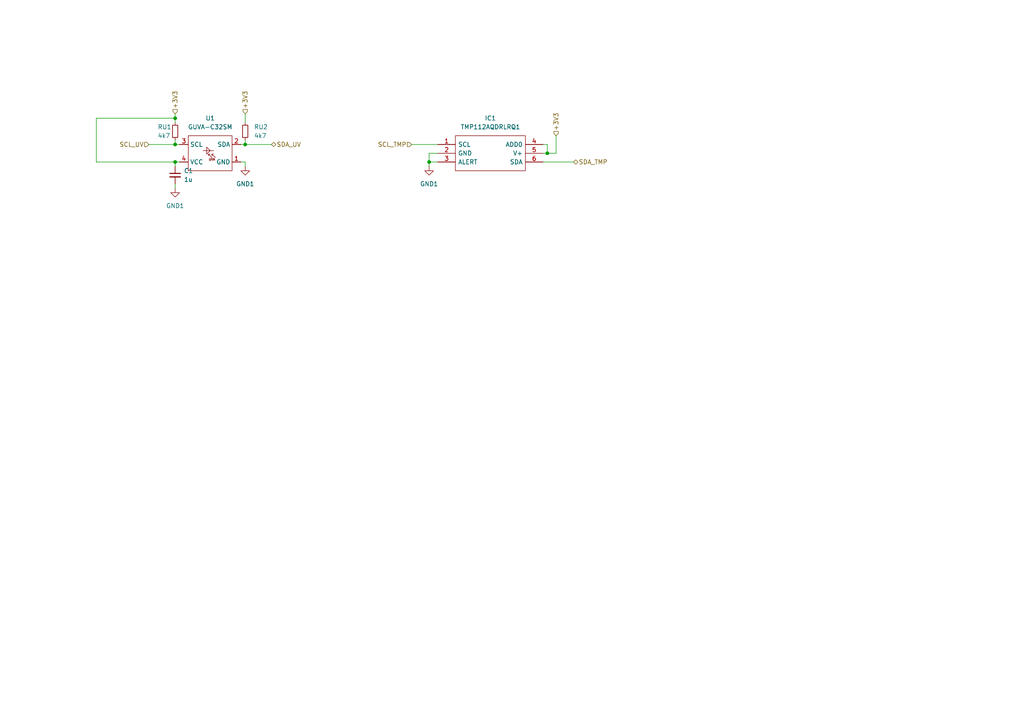
<source format=kicad_sch>
(kicad_sch (version 20230121) (generator eeschema)
  (paper "A4")
  (lib_symbols
    (symbol "Device:C_Small" (pin_numbers hide) (pin_names (offset 0.254) hide)
      (property "Reference" "C" (at 0.254 1.778 0))
      (property "Value" "C_Small" (at 0.254 -2.032 0))
      (symbol "C_Small_0_1"
        (polyline (pts (xy -1.524 -0.508) (xy 1.524 -0.508)) (stroke (width 0.3302)))
        (polyline (pts (xy -1.524 0.508) (xy 1.524 0.508)) (stroke (width 0.3048)))
      )
      (symbol "C_Small_1_1"
        (pin passive line (at 0 2.54 270) (length 2.032) (name "~") (number "1"))
        (pin passive line (at 0 -2.54 90) (length 2.032) (name "~") (number "2"))
      )
    )
    (symbol "Device:R_Small" (pin_numbers hide) (pin_names (offset 0.254) hide)
      (property "Reference" "R" (at 0.762 0.508 0))
      (property "Value" "R_Small" (at 0.762 -1.016 0))
      (symbol "R_Small_0_1"
        (rectangle (start -0.762 1.778) (end 0.762 -1.778) (stroke (width 0.2032)))
      )
      (symbol "R_Small_1_1"
        (pin passive line (at 0 2.54 270) (length 0.762) (name "~") (number "1"))
        (pin passive line (at 0 -2.54 90) (length 0.762) (name "~") (number "2"))
      )
    )
    (symbol "SamacSys:TMP112AQDRLRQ1" (pin_names (offset 0.762))
      (property "Reference" "IC" (at 26.67 7.62 0))
      (property "Value" "TMP112AQDRLRQ1" (at 26.67 5.08 0))
      (symbol "TMP112AQDRLRQ1_0_0"
        (pin passive line (at 0 0 0) (length 5.08) (name "SCL") (number "1"))
        (pin passive line (at 0 -2.54 0) (length 5.08) (name "GND") (number "2"))
        (pin passive line (at 0 -5.08 0) (length 5.08) (name "ALERT") (number "3"))
        (pin passive line (at 30.48 0 180) (length 5.08) (name "ADD0") (number "4"))
        (pin passive line (at 30.48 -2.54 180) (length 5.08) (name "V+") (number "5"))
        (pin passive line (at 30.48 -5.08 180) (length 5.08) (name "SDA") (number "6"))
      )
      (symbol "TMP112AQDRLRQ1_0_1"
        (polyline (pts (xy 5.08 2.54) (xy 25.4 2.54) (xy 25.4 -7.62) (xy 5.08 -7.62) (xy 5.08 2.54)) (stroke (width 0.1524)))
      )
    )
    (symbol "USER_Optic:GUVA-C32SM"
      (property "Reference" "U" (at 0 8.89 0))
      (property "Value" "GUVA-C32SM" (at 0 6.35 0))
      (symbol "GUVA-C32SM_0_0"
        (polyline (pts (xy -0.508 0.254) (xy -1.524 1.27)))
        (polyline (pts (xy 0.508 0.254) (xy -0.508 1.27)))
        (polyline (pts (xy -0.508 0.762) (xy -0.508 0.254) (xy -1.016 0.254)))
        (polyline (pts (xy 0 0.254) (xy 0.508 0.254) (xy 0.508 0.762)))
        (text "UVA" (at -0.508 1.778 0) (effects (font (size 0.635 0.635))))
      )
      (symbol "GUVA-C32SM_0_1"
        (rectangle (start -6.35 5.08) (end 6.35 -5.08))
        (polyline (pts (xy -1.016 -0.762) (xy 2.032 -0.762)))
        (polyline (pts (xy 1.016 -1.778) (xy 0 -0.762)))
        (polyline (pts (xy 0 -0.762) (xy 1.016 0.254) (xy 1.016 -1.778)))
      )
      (symbol "GUVA-C32SM_1_1"
        (pin power_in line (at -8.89 2.54 0) (length 2.54) (name "GND") (number "1"))
        (pin bidirectional line (at -8.89 -2.54 0) (length 2.54) (name "SDA") (number "2"))
        (pin input line (at 8.89 -2.54 180) (length 2.54) (name "SCL") (number "3"))
        (pin power_in line (at 8.89 2.54 180) (length 2.54) (name "VCC") (number "4"))
      )
    )
    (symbol "power:GND1" (power) (pin_names (offset 0))
      (property "Value" "GND1" (at 0 -3.81 0))
      (symbol "GND1_0_1"
        (polyline (pts (xy 0 0) (xy 0 -1.27) (xy 1.27 -1.27) (xy 0 -2.54) (xy -1.27 -1.27) (xy 0 -1.27)))
      )
      (symbol "GND1_1_1"
        (pin power_in line (at 0 0 270) (length 0) hide (name "GND1") (number "1"))
      )
    )
  )
  (junction (at 158.75 44.45))
  (junction (at 124.46 46.99))
  (junction (at 50.8 34.29))
  (junction (at 71.12 41.91))
  (junction (at 50.8 41.91))
  (junction (at 50.8 46.99))
  (wire (pts (xy 50.8 53.34) (xy 50.8 54.61)))
  (wire (pts (xy 71.12 33.02) (xy 71.12 35.56)))
  (wire (pts (xy 50.8 46.99) (xy 52.07 46.99)))
  (wire (pts (xy 157.48 44.45) (xy 158.75 44.45)))
  (wire (pts (xy 27.94 46.99) (xy 50.8 46.99)))
  (wire (pts (xy 50.8 34.29) (xy 50.8 35.56)))
  (wire (pts (xy 124.46 46.99) (xy 124.46 48.26)))
  (wire (pts (xy 71.12 40.64) (xy 71.12 41.91)))
  (wire (pts (xy 27.94 46.99) (xy 27.94 34.29)))
  (wire (pts (xy 71.12 41.91) (xy 78.74 41.91)))
  (wire (pts (xy 157.48 41.91) (xy 158.75 41.91)))
  (wire (pts (xy 27.94 34.29) (xy 50.8 34.29)))
  (wire (pts (xy 119.38 41.91) (xy 127 41.91)))
  (wire (pts (xy 157.48 46.99) (xy 166.37 46.99)))
  (wire (pts (xy 50.8 33.02) (xy 50.8 34.29)))
  (wire (pts (xy 69.85 46.99) (xy 71.12 46.99)))
  (wire (pts (xy 161.29 44.45) (xy 161.29 39.37)))
  (wire (pts (xy 124.46 46.99) (xy 127 46.99)))
  (wire (pts (xy 50.8 41.91) (xy 52.07 41.91)))
  (wire (pts (xy 158.75 41.91) (xy 158.75 44.45)))
  (wire (pts (xy 50.8 46.99) (xy 50.8 48.26)))
  (wire (pts (xy 127 44.45) (xy 124.46 44.45)))
  (wire (pts (xy 43.18 41.91) (xy 50.8 41.91)))
  (wire (pts (xy 158.75 44.45) (xy 161.29 44.45)))
  (wire (pts (xy 50.8 40.64) (xy 50.8 41.91)))
  (wire (pts (xy 71.12 46.99) (xy 71.12 48.26)))
  (wire (pts (xy 69.85 41.91) (xy 71.12 41.91)))
  (wire (pts (xy 124.46 44.45) (xy 124.46 46.99)))
  (hierarchical_label "SDA_TMP" (shape bidirectional) (at 166.37 46.99 0))
  (hierarchical_label "SDA_UV" (shape bidirectional) (at 78.74 41.91 0))
  (hierarchical_label "+3V3" (shape input) (at 161.29 39.37 90))
  (hierarchical_label "+3V3" (shape input) (at 50.8 33.02 90))
  (hierarchical_label "SCL_TMP" (shape input) (at 119.38 41.91 180))
  (hierarchical_label "+3V3" (shape input) (at 71.12 33.02 90))
  (hierarchical_label "SCL_UV" (shape input) (at 43.18 41.91 180))
  (symbol (lib_id "power:GND1") (at 124.46 48.26 0) (unit 1)
    (property "Reference" "#PWR02" (effects hide))
    (property "Value" "GND1" (at 124.46 53.34 0))
  )
  (symbol (lib_id "power:GND1") (at 50.8 54.61 0) (unit 1)
    (property "Reference" "#PWR04" (effects hide))
    (property "Value" "GND1" (at 50.8 59.69 0))
  )
  (symbol (lib_id "power:GND1") (at 71.12 48.26 0) (unit 1)
    (property "Reference" "#PWR03" (effects hide))
    (property "Value" "GND1" (at 71.12 53.34 0))
  )
  (symbol (lib_id "Device:C_Small") (at 50.8 50.8 0) (unit 1)
    (property "Reference" "C1" (at 53.34 49.5362 0) (effects (justify left)))
    (property "Value" "1u" (at 53.34 52.0762 0) (effects (justify left)))
    (property "Footprint" "Capacitor_SMD:C_0603_1608Metric" (effects hide))
  )
  (symbol (lib_id "Device:R_Small") (at 50.8 38.1 0) (unit 1)
    (property "Reference" "RU1" (at 45.72 36.83 0) (effects (justify left)))
    (property "Value" "4k7" (at 45.72 39.37 0) (effects (justify left)))
    (property "Footprint" "Resistor_SMD:R_0603_1608Metric" (effects hide))
  )
  (symbol (lib_id "USER_Optic:GUVA-C32SM") (at 60.96 44.45 180) (unit 1)
    (property "Reference" "U1" (at 60.96 34.29 0))
    (property "Value" "GUVA-C32SM" (at 60.96 36.83 0))
    (property "Footprint" "STS_UV:OLGA" (effects hide))
  )
  (symbol (lib_id "Device:R_Small") (at 71.12 38.1 0) (unit 1)
    (property "Reference" "RU2" (at 73.66 36.8299 0) (effects (justify left)))
    (property "Value" "4k7" (at 73.66 39.3699 0) (effects (justify left)))
    (property "Footprint" "Resistor_SMD:R_0603_1608Metric" (effects hide))
  )
  (symbol (lib_id "SamacSys:TMP112AQDRLRQ1") (at 127 41.91 0) (unit 1)
    (property "Reference" "IC1" (at 142.24 34.29 0))
    (property "Value" "TMP112AQDRLRQ1" (at 142.24 36.83 0))
    (property "Footprint" "Package_TO_SOT_SMD:SOT-563" (effects hide))
    (property "Datasheet" "http://www.ti.com/lit/gpn/tmp112-q1" (effects hide))
    (property "Description" "Automotive Grade, 1.4V-Capable +/-0.5C Temperature Sensor with Alert Function and I2C/SMBus" (effects hide))
    (property "Height" "0.6" (effects hide))
    (property "Mouser Part Number" "595-TMP112AQDRLRQ1" (effects hide))
    (property "Mouser Price/Stock" "https://www.mouser.co.uk/ProductDetail/Texas-Instruments/TMP112AQDRLRQ1?qs=asCBFxFfL1Q5YmJCm%252BGnCQ%3D%3D" (effects hide))
    (property "Manufacturer_Name" "Texas Instruments" (effects hide))
    (property "Manufacturer_Part_Number" "TMP112AQDRLRQ1" (effects hide))
  )
)
</source>
